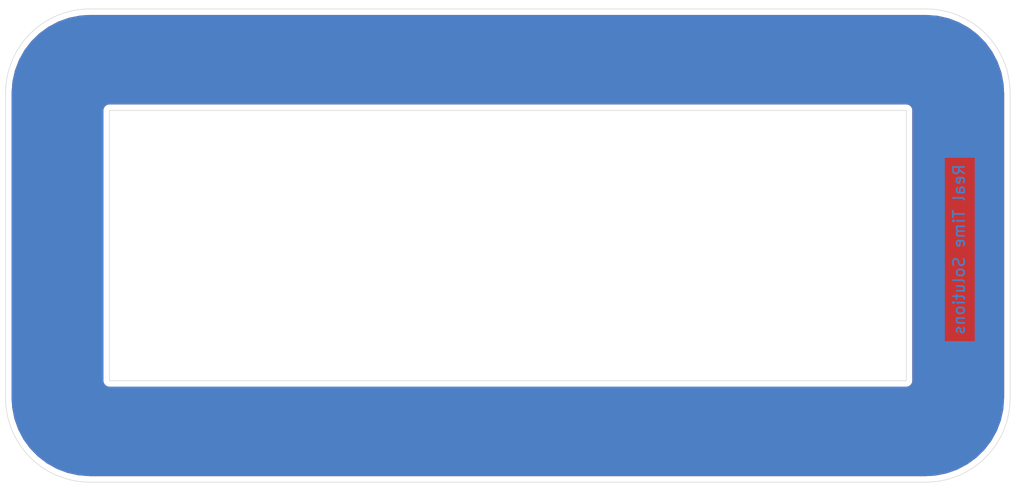
<source format=kicad_pcb>
(kicad_pcb (version 20171130) (host pcbnew "(5.1.4)-1")

  (general
    (thickness 1.6)
    (drawings 14)
    (tracks 0)
    (zones 0)
    (modules 0)
    (nets 1)
  )

  (page A4)
  (layers
    (0 F.Cu signal)
    (31 B.Cu signal)
    (32 B.Adhes user)
    (33 F.Adhes user)
    (34 B.Paste user)
    (35 F.Paste user)
    (36 B.SilkS user)
    (37 F.SilkS user)
    (38 B.Mask user)
    (39 F.Mask user)
    (40 Dwgs.User user)
    (41 Cmts.User user)
    (42 Eco1.User user)
    (43 Eco2.User user)
    (44 Edge.Cuts user)
    (45 Margin user)
    (46 B.CrtYd user)
    (47 F.CrtYd user)
    (48 B.Fab user)
    (49 F.Fab user)
  )

  (setup
    (last_trace_width 0.25)
    (trace_clearance 0.2)
    (zone_clearance 0.508)
    (zone_45_only no)
    (trace_min 0.2)
    (via_size 0.8)
    (via_drill 0.4)
    (via_min_size 0.4)
    (via_min_drill 0.3)
    (uvia_size 0.3)
    (uvia_drill 0.1)
    (uvias_allowed no)
    (uvia_min_size 0.2)
    (uvia_min_drill 0.1)
    (edge_width 0.05)
    (segment_width 0.2)
    (pcb_text_width 0.3)
    (pcb_text_size 1.5 1.5)
    (mod_edge_width 0.12)
    (mod_text_size 1 1)
    (mod_text_width 0.15)
    (pad_size 1.524 1.524)
    (pad_drill 0.762)
    (pad_to_mask_clearance 0.051)
    (solder_mask_min_width 0.25)
    (aux_axis_origin 0 0)
    (visible_elements FEFFF77F)
    (pcbplotparams
      (layerselection 0x010fc_ffffffff)
      (usegerberextensions false)
      (usegerberattributes false)
      (usegerberadvancedattributes false)
      (creategerberjobfile false)
      (excludeedgelayer true)
      (linewidth 0.100000)
      (plotframeref false)
      (viasonmask false)
      (mode 1)
      (useauxorigin false)
      (hpglpennumber 1)
      (hpglpenspeed 20)
      (hpglpendiameter 15.000000)
      (psnegative false)
      (psa4output false)
      (plotreference true)
      (plotvalue true)
      (plotinvisibletext false)
      (padsonsilk false)
      (subtractmaskfromsilk false)
      (outputformat 1)
      (mirror false)
      (drillshape 0)
      (scaleselection 1)
      (outputdirectory "gbr/"))
  )

  (net 0 "")

  (net_class Default "This is the default net class."
    (clearance 0.2)
    (trace_width 0.25)
    (via_dia 0.8)
    (via_drill 0.4)
    (uvia_dia 0.3)
    (uvia_drill 0.1)
  )

  (gr_text "Real Time Solutions" (at 84.95 -20.75 90) (layer B.Cu) (tstamp 5F8B7D73)
    (effects (font (size 1 1) (thickness 0.15)) (justify mirror))
  )
  (gr_text "Real Time Solutions" (at 4.55 -20.75 270) (layer F.Cu)
    (effects (font (size 1 1) (thickness 0.15)))
  )
  (gr_line (start 80.25 -33.15) (end 80.25 -9.05) (layer Edge.Cuts) (width 0.05) (tstamp 5F8B7D05))
  (gr_line (start 9.25 -9.05) (end 9.25 -33.15) (layer Edge.Cuts) (width 0.05) (tstamp 5F8B7D01))
  (gr_line (start 9.25 -33.15) (end 80.25 -33.15) (layer Edge.Cuts) (width 0.05) (tstamp 5F8B7CFB))
  (gr_line (start 9.25 -9.05) (end 80.25 -9.05) (layer Edge.Cuts) (width 0.05))
  (gr_arc (start 82 -7.5) (end 82 0) (angle -90) (layer Edge.Cuts) (width 0.05) (tstamp 5F8B25F2))
  (gr_arc (start 7.5 -7.5) (end 0 -7.5) (angle -90) (layer Edge.Cuts) (width 0.05) (tstamp 5F8B25CF))
  (gr_arc (start 82 -34.7) (end 89.5 -34.7) (angle -90) (layer Edge.Cuts) (width 0.05) (tstamp 5F8B2558))
  (gr_arc (start 7.5 -34.7) (end 7.5 -42.2) (angle -90) (layer Edge.Cuts) (width 0.05))
  (gr_line (start 0 -7.5) (end 0 -34.7) (layer Edge.Cuts) (width 0.05) (tstamp 5F8B1D9E))
  (gr_line (start 7.5 -42.2) (end 82 -42.2) (layer Edge.Cuts) (width 0.05) (tstamp 5F8B1DCF))
  (gr_line (start 89.5 -7.5) (end 89.5 -34.7) (layer Edge.Cuts) (width 0.05) (tstamp 5F8B1DB8))
  (gr_line (start 7.5 0) (end 82 0) (layer Edge.Cuts) (width 0.05))

  (zone (net 0) (net_name "") (layer F.Cu) (tstamp 0) (hatch edge 0.508)
    (connect_pads (clearance 0.508))
    (min_thickness 0.254)
    (fill yes (arc_segments 32) (thermal_gap 0.508) (thermal_bridge_width 0.508))
    (polygon
      (pts
        (xy -0.5 -43) (xy 90.75 -43) (xy 90.75 1.25) (xy -0.5 1.25)
      )
    )
    (filled_polygon
      (pts
        (xy 82.987141 -41.46664) (xy 83.953616 -41.253262) (xy 84.879156 -40.902607) (xy 85.744385 -40.422014) (xy 86.531169 -39.82156)
        (xy 87.223039 -39.113812) (xy 87.805493 -38.313604) (xy 88.266332 -37.43769) (xy 88.5959 -36.504434) (xy 88.788021 -35.529685)
        (xy 88.840001 -34.679818) (xy 88.84 -7.523906) (xy 88.76664 -6.512857) (xy 88.553262 -5.546384) (xy 88.202609 -4.620849)
        (xy 87.722019 -3.755622) (xy 87.12156 -2.968831) (xy 86.413808 -2.276958) (xy 85.613604 -1.694507) (xy 84.737693 -1.233669)
        (xy 83.804434 -0.9041) (xy 82.829685 -0.711979) (xy 81.979835 -0.66) (xy 7.523906 -0.66) (xy 6.512857 -0.73336)
        (xy 5.546384 -0.946738) (xy 4.620849 -1.297391) (xy 3.755622 -1.777981) (xy 2.968831 -2.37844) (xy 2.276958 -3.086192)
        (xy 1.694507 -3.886396) (xy 1.233669 -4.762307) (xy 0.9041 -5.695566) (xy 0.711979 -6.670315) (xy 0.66 -7.520165)
        (xy 0.66 -29.055238) (xy 3.0225 -29.055238) (xy 3.0225 -12.444762) (xy 5.9425 -12.444762) (xy 5.9425 -29.055238)
        (xy 3.0225 -29.055238) (xy 0.66 -29.055238) (xy 0.66 -33.15) (xy 8.586807 -33.15) (xy 8.590001 -33.117571)
        (xy 8.59 -9.082419) (xy 8.586807 -9.05) (xy 8.59955 -8.920617) (xy 8.63729 -8.796207) (xy 8.698575 -8.68155)
        (xy 8.781052 -8.581052) (xy 8.88155 -8.498575) (xy 8.996207 -8.43729) (xy 9.120617 -8.39955) (xy 9.25 -8.386807)
        (xy 9.282419 -8.39) (xy 80.217581 -8.39) (xy 80.25 -8.386807) (xy 80.282419 -8.39) (xy 80.379383 -8.39955)
        (xy 80.503793 -8.43729) (xy 80.61845 -8.498575) (xy 80.718948 -8.581052) (xy 80.801425 -8.68155) (xy 80.86271 -8.796207)
        (xy 80.90045 -8.920617) (xy 80.913193 -9.05) (xy 80.91 -9.082419) (xy 80.91 -33.117581) (xy 80.913193 -33.15)
        (xy 80.90045 -33.279383) (xy 80.86271 -33.403793) (xy 80.801425 -33.51845) (xy 80.718948 -33.618948) (xy 80.61845 -33.701425)
        (xy 80.503793 -33.76271) (xy 80.379383 -33.80045) (xy 80.282419 -33.81) (xy 80.25 -33.813193) (xy 80.217581 -33.81)
        (xy 9.282419 -33.81) (xy 9.25 -33.813193) (xy 9.217581 -33.81) (xy 9.120617 -33.80045) (xy 8.996207 -33.76271)
        (xy 8.88155 -33.701425) (xy 8.781052 -33.618948) (xy 8.698575 -33.51845) (xy 8.63729 -33.403793) (xy 8.59955 -33.279383)
        (xy 8.586807 -33.15) (xy 0.66 -33.15) (xy 0.66 -34.676094) (xy 0.73336 -35.687141) (xy 0.946738 -36.653616)
        (xy 1.297393 -37.579156) (xy 1.777986 -38.444385) (xy 2.37844 -39.231169) (xy 3.086188 -39.923039) (xy 3.886396 -40.505493)
        (xy 4.76231 -40.966332) (xy 5.695566 -41.2959) (xy 6.670315 -41.488021) (xy 7.520165 -41.54) (xy 81.976094 -41.54)
      )
    )
  )
  (zone (net 0) (net_name "") (layer B.Cu) (tstamp 0) (hatch edge 0.508)
    (connect_pads (clearance 0.508))
    (min_thickness 0.254)
    (fill yes (arc_segments 32) (thermal_gap 0.508) (thermal_bridge_width 0.508))
    (polygon
      (pts
        (xy -0.5 -43) (xy 90.75 -43) (xy 90.75 1.25) (xy -0.5 1.25)
      )
    )
    (filled_polygon
      (pts
        (xy 82.987141 -41.46664) (xy 83.953616 -41.253262) (xy 84.879156 -40.902607) (xy 85.744385 -40.422014) (xy 86.531169 -39.82156)
        (xy 87.223039 -39.113812) (xy 87.805493 -38.313604) (xy 88.266332 -37.43769) (xy 88.5959 -36.504434) (xy 88.788021 -35.529685)
        (xy 88.840001 -34.679818) (xy 88.84 -7.523906) (xy 88.76664 -6.512857) (xy 88.553262 -5.546384) (xy 88.202609 -4.620849)
        (xy 87.722019 -3.755622) (xy 87.12156 -2.968831) (xy 86.413808 -2.276958) (xy 85.613604 -1.694507) (xy 84.737693 -1.233669)
        (xy 83.804434 -0.9041) (xy 82.829685 -0.711979) (xy 81.979835 -0.66) (xy 7.523906 -0.66) (xy 6.512857 -0.73336)
        (xy 5.546384 -0.946738) (xy 4.620849 -1.297391) (xy 3.755622 -1.777981) (xy 2.968831 -2.37844) (xy 2.276958 -3.086192)
        (xy 1.694507 -3.886396) (xy 1.233669 -4.762307) (xy 0.9041 -5.695566) (xy 0.711979 -6.670315) (xy 0.66 -7.520165)
        (xy 0.66 -33.15) (xy 8.586807 -33.15) (xy 8.590001 -33.117571) (xy 8.59 -9.082419) (xy 8.586807 -9.05)
        (xy 8.59955 -8.920617) (xy 8.63729 -8.796207) (xy 8.698575 -8.68155) (xy 8.781052 -8.581052) (xy 8.88155 -8.498575)
        (xy 8.996207 -8.43729) (xy 9.120617 -8.39955) (xy 9.25 -8.386807) (xy 9.282419 -8.39) (xy 80.217581 -8.39)
        (xy 80.25 -8.386807) (xy 80.282419 -8.39) (xy 80.379383 -8.39955) (xy 80.503793 -8.43729) (xy 80.61845 -8.498575)
        (xy 80.718948 -8.581052) (xy 80.801425 -8.68155) (xy 80.86271 -8.796207) (xy 80.90045 -8.920617) (xy 80.913193 -9.05)
        (xy 80.91 -9.082419) (xy 80.91 -29.055238) (xy 83.5575 -29.055238) (xy 83.5575 -12.444762) (xy 86.4775 -12.444762)
        (xy 86.4775 -29.055238) (xy 83.5575 -29.055238) (xy 80.91 -29.055238) (xy 80.91 -33.117581) (xy 80.913193 -33.15)
        (xy 80.90045 -33.279383) (xy 80.86271 -33.403793) (xy 80.801425 -33.51845) (xy 80.718948 -33.618948) (xy 80.61845 -33.701425)
        (xy 80.503793 -33.76271) (xy 80.379383 -33.80045) (xy 80.282419 -33.81) (xy 80.25 -33.813193) (xy 80.217581 -33.81)
        (xy 9.282419 -33.81) (xy 9.25 -33.813193) (xy 9.217581 -33.81) (xy 9.120617 -33.80045) (xy 8.996207 -33.76271)
        (xy 8.88155 -33.701425) (xy 8.781052 -33.618948) (xy 8.698575 -33.51845) (xy 8.63729 -33.403793) (xy 8.59955 -33.279383)
        (xy 8.586807 -33.15) (xy 0.66 -33.15) (xy 0.66 -34.676094) (xy 0.73336 -35.687141) (xy 0.946738 -36.653616)
        (xy 1.297393 -37.579156) (xy 1.777986 -38.444385) (xy 2.37844 -39.231169) (xy 3.086188 -39.923039) (xy 3.886396 -40.505493)
        (xy 4.76231 -40.966332) (xy 5.695566 -41.2959) (xy 6.670315 -41.488021) (xy 7.520165 -41.54) (xy 81.976094 -41.54)
      )
    )
  )
)

</source>
